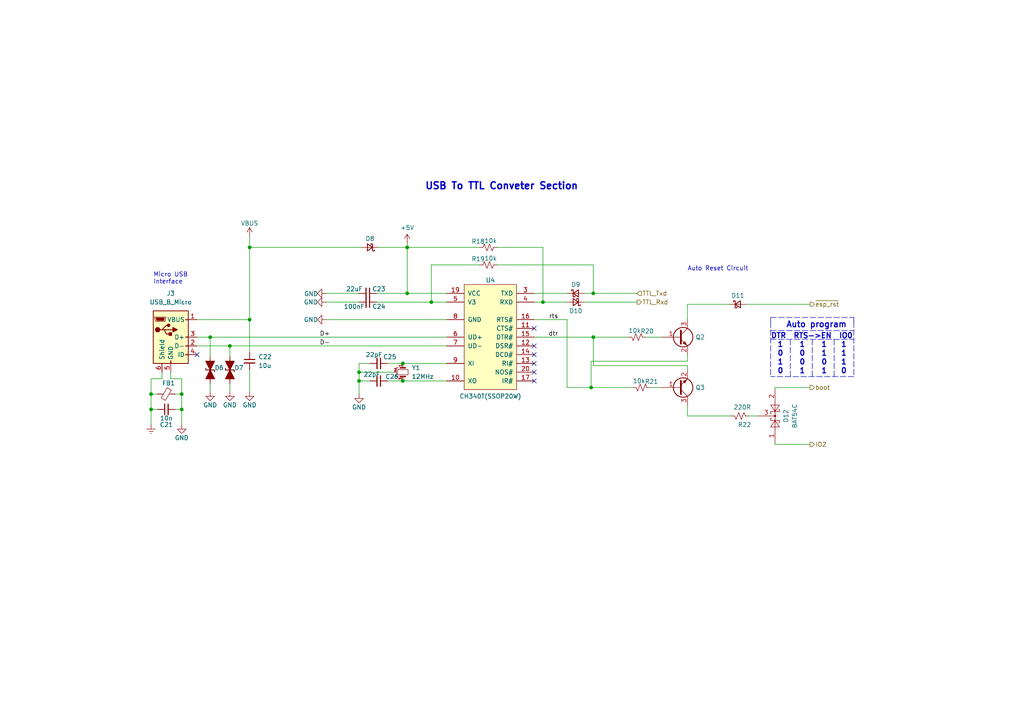
<source format=kicad_sch>
(kicad_sch (version 20211123) (generator eeschema)
  (paper "A4")
  (title_block (title "MKULIMA IOT DEVICE") (date "2022-10-26") (rev "v01") (comment 1 "Checked By: ") (comment 2 "Designed By: ") (comment 3 "Project Lead: Peter Kirumba") (comment 4 "MKULIMA IOT DEVICE"))
  (lib_symbols
    (symbol "Connector:USB_B_Micro" (pin_names (offset 1.016))
      (property "Reference" "J" (at -5.08 11.43 0))
      (property "Value" "USB_B_Micro" (at -5.08 8.89 0))
      (symbol "USB_B_Micro_0_1"
        (rectangle (start -5.08 -7.62) (end 5.08 7.62) (stroke (width 0.254)) (fill (type background)))
        (circle (center -3.81 2.159) (radius 0.635) (stroke (width 0.254)) (fill (type outline)))
        (circle (center -0.635 3.429) (radius 0.381) (stroke (width 0.254)) (fill (type outline)))
        (rectangle (start -0.127 -7.62) (end 0.127 -6.858))
        (polyline (pts (xy -1.905 2.159) (xy 0.635 2.159)) (stroke (width 0.254)))
        (polyline (pts (xy -3.175 2.159) (xy -2.54 2.159) (xy -1.27 3.429) (xy -0.635 3.429)) (stroke (width 0.254)))
        (polyline (pts (xy -2.54 2.159) (xy -1.905 2.159) (xy -1.27 0.889) (xy 0 0.889)) (stroke (width 0.254)))
        (polyline (pts (xy 0.635 2.794) (xy 0.635 1.524) (xy 1.905 2.159) (xy 0.635 2.794)) (stroke (width 0.254)) (fill (type outline)))
        (polyline (pts (xy -4.318 5.588) (xy -1.778 5.588) (xy -2.032 4.826) (xy -4.064 4.826) (xy -4.318 5.588)) (fill (type outline)))
        (polyline (pts (xy -4.699 5.842) (xy -4.699 5.588) (xy -4.445 4.826) (xy -4.445 4.572) (xy -1.651 4.572) (xy -1.651 4.826) (xy -1.397 5.588) (xy -1.397 5.842) (xy -4.699 5.842)))
        (rectangle (start 0.254 1.27) (end -0.508 0.508) (stroke (width 0.254)) (fill (type outline)))
        (rectangle (start 5.08 -5.207) (end 4.318 -4.953))
        (rectangle (start 5.08 -2.667) (end 4.318 -2.413))
        (rectangle (start 5.08 -0.127) (end 4.318 0.127))
        (rectangle (start 5.08 4.953) (end 4.318 5.207))
      )
      (symbol "USB_B_Micro_1_1"
        (pin power_out line (at 7.62 5.08 180) (length 2.54) (name "VBUS") (number "1"))
        (pin bidirectional line (at 7.62 -2.54 180) (length 2.54) (name "D-") (number "2"))
        (pin bidirectional line (at 7.62 0 180) (length 2.54) (name "D+") (number "3"))
        (pin passive line (at 7.62 -5.08 180) (length 2.54) (name "ID") (number "4"))
        (pin power_out line (at 0 -10.16 90) (length 2.54) (name "GND") (number "5"))
        (pin passive line (at -2.54 -10.16 90) (length 2.54) (name "Shield") (number "6"))
      )
    )
    (symbol "Device:C_Small" (pin_numbers hide) (pin_names (offset 0.254) hide)
      (property "Reference" "C" (at 0.254 1.778 0))
      (property "Value" "C_Small" (at 0.254 -2.032 0))
      (symbol "C_Small_0_1"
        (polyline (pts (xy -1.524 -0.508) (xy 1.524 -0.508)) (stroke (width 0.3302)))
        (polyline (pts (xy -1.524 0.508) (xy 1.524 0.508)) (stroke (width 0.3048)))
      )
      (symbol "C_Small_1_1"
        (pin passive line (at 0 2.54 270) (length 2.032) (name "~") (number "1"))
        (pin passive line (at 0 -2.54 90) (length 2.032) (name "~") (number "2"))
      )
    )
    (symbol "Device:Crystal_GND2_Small" (pin_names (offset 1.016) hide)
      (property "Reference" "Y" (at 0 5.08 0))
      (property "Value" "Crystal_GND2_Small" (at 0 3.175 0))
      (symbol "Crystal_GND2_Small_0_1"
        (rectangle (start -0.762 -1.524) (end 0.762 1.524))
        (polyline (pts (xy -1.27 -0.762) (xy -1.27 0.762)) (stroke (width 0.381)))
        (polyline (pts (xy 1.27 -0.762) (xy 1.27 0.762)) (stroke (width 0.381)))
        (polyline (pts (xy -1.27 -1.27) (xy -1.27 -1.905) (xy 1.27 -1.905) (xy 1.27 -1.27)))
      )
      (symbol "Crystal_GND2_Small_1_1"
        (pin passive line (at -2.54 0 0) (length 1.27) (name "1") (number "1"))
        (pin passive line (at 0 -2.54 90) (length 0.635) (name "2") (number "2"))
        (pin passive line (at 2.54 0 180) (length 1.27) (name "3") (number "3"))
      )
    )
    (symbol "Device:D_Schottky_Small" (pin_numbers hide) (pin_names (offset 0.254) hide)
      (property "Reference" "D" (at -1.27 2.032 0))
      (property "Value" "D_Schottky_Small" (at -7.112 -2.032 0))
      (symbol "D_Schottky_Small_0_1"
        (polyline (pts (xy -0.762 0) (xy 0.762 0)))
        (polyline (pts (xy 0.762 -1.016) (xy -0.762 0) (xy 0.762 1.016) (xy 0.762 -1.016)) (stroke (width 0.254)))
        (polyline (pts (xy -1.27 0.762) (xy -1.27 1.016) (xy -0.762 1.016) (xy -0.762 -1.016) (xy -0.254 -1.016) (xy -0.254 -0.762)) (stroke (width 0.254)))
      )
      (symbol "D_Schottky_Small_1_1"
        (pin passive line (at -2.54 0 0) (length 1.778) (name "K") (number "1"))
        (pin passive line (at 2.54 0 180) (length 1.778) (name "A") (number "2"))
      )
    )
    (symbol "Device:D_TVS_Filled" (pin_numbers hide) (pin_names (offset 1.016) hide)
      (property "Reference" "D" (at 0 2.54 0))
      (property "Value" "D_TVS_Filled" (at 0 -2.54 0))
      (symbol "D_TVS_Filled_0_1"
        (polyline (pts (xy 1.27 0) (xy -1.27 0)))
        (polyline (pts (xy -2.54 -1.27) (xy 0 0) (xy -2.54 1.27) (xy -2.54 -1.27)) (stroke (width 0.254)) (fill (type outline)))
        (polyline (pts (xy 0.508 1.27) (xy 0 1.27) (xy 0 -1.27) (xy -0.508 -1.27)) (stroke (width 0.254)))
        (polyline (pts (xy 2.54 1.27) (xy 2.54 -1.27) (xy 0 0) (xy 2.54 1.27)) (stroke (width 0.254)) (fill (type outline)))
      )
      (symbol "D_TVS_Filled_1_1"
        (pin passive line (at -3.81 0 0) (length 2.54) (name "A1") (number "1"))
        (pin passive line (at 3.81 0 180) (length 2.54) (name "A2") (number "2"))
      )
    )
    (symbol "Device:FerriteBead_Small" (pin_numbers hide) (pin_names (offset 0))
      (property "Reference" "FB" (at 1.905 1.27 0))
      (property "Value" "FerriteBead_Small" (at 1.905 -1.27 0))
      (symbol "FerriteBead_Small_0_1"
        (polyline (pts (xy 0 -1.27) (xy 0 -0.7874)))
        (polyline (pts (xy 0 0.889) (xy 0 1.2954)))
        (polyline (pts (xy -1.8288 0.2794) (xy -1.1176 1.4986) (xy 1.8288 -0.2032) (xy 1.1176 -1.4224) (xy -1.8288 0.2794)))
      )
      (symbol "FerriteBead_Small_1_1"
        (pin passive line (at 0 2.54 270) (length 1.27) (name "~") (number "1"))
        (pin passive line (at 0 -2.54 90) (length 1.27) (name "~") (number "2"))
      )
    )
    (symbol "Device:R_Small_US" (pin_numbers hide) (pin_names (offset 0.254) hide)
      (property "Reference" "R" (at 0.762 0.508 0))
      (property "Value" "R_Small_US" (at 0.762 -1.016 0))
      (symbol "R_Small_US_1_1"
        (polyline (pts (xy 0 0) (xy 1.016 -0.381) (xy 0 -0.762) (xy -1.016 -1.143) (xy 0 -1.524)))
        (polyline (pts (xy 0 1.524) (xy 1.016 1.143) (xy 0 0.762) (xy -1.016 0.381) (xy 0 0)))
        (pin passive line (at 0 2.54 270) (length 1.016) (name "~") (number "1"))
        (pin passive line (at 0 -2.54 90) (length 1.016) (name "~") (number "2"))
      )
    )
    (symbol "Diode:BAT54C" (pin_names (offset 1.016))
      (property "Reference" "D" (at 0.635 -3.81 0))
      (property "Value" "BAT54C" (at -6.35 3.175 0))
      (symbol "BAT54C_0_1"
        (polyline (pts (xy -1.905 0) (xy 1.905 0)))
        (polyline (pts (xy -1.905 1.27) (xy -1.905 1.016)))
        (polyline (pts (xy -1.27 -1.27) (xy -0.635 -1.27)))
        (polyline (pts (xy -1.27 0) (xy -3.81 0)))
        (polyline (pts (xy -1.27 1.27) (xy -1.905 1.27)))
        (polyline (pts (xy -1.27 1.27) (xy -1.27 -1.27)))
        (polyline (pts (xy -0.635 -1.27) (xy -0.635 -1.016)))
        (polyline (pts (xy 0.635 -1.27) (xy 0.635 -1.016)))
        (polyline (pts (xy 1.27 -1.27) (xy 0.635 -1.27)))
        (polyline (pts (xy 1.27 1.27) (xy 1.27 -1.27)))
        (polyline (pts (xy 1.27 1.27) (xy 1.905 1.27)))
        (polyline (pts (xy 1.905 1.27) (xy 1.905 1.016)))
        (polyline (pts (xy 3.81 0) (xy 1.27 0)))
        (polyline (pts (xy -3.175 -1.27) (xy -3.175 1.27) (xy -1.27 0) (xy -3.175 -1.27)))
        (polyline (pts (xy 3.175 -1.27) (xy 3.175 1.27) (xy 1.27 0) (xy 3.175 -1.27)))
        (circle (center 0 0) (radius 0.254) (fill (type outline)))
      )
      (symbol "BAT54C_1_1"
        (pin passive line (at -7.62 0 0) (length 3.81) (name "~") (number "1"))
        (pin passive line (at 7.62 0 180) (length 3.81) (name "~") (number "2"))
        (pin passive line (at 0 -5.08 90) (length 5.08) (name "~") (number "3"))
      )
    )
    (symbol "GCL_Integrated-Circuits:CH340T(SSOP20W)" (pin_names (offset 1.016))
      (property "Reference" "U1" (at 0 16.51 0))
      (property "Value" "CH340T(SSOP20W)" (at 0 -17.145 0))
      (symbol "CH340T(SSOP20W)_0_1"
        (rectangle (start -7.62 15.24) (end 7.62 -15.24) (fill (type background)))
      )
      (symbol "CH340T(SSOP20W)_1_1"
        (pin output line (at -12.7 -12.7 0) (length 5.08) (name "XO") (number "10"))
        (pin input line (at 12.7 2.54 180) (length 5.08) (name "CTS#") (number "11"))
        (pin input line (at 12.7 -2.54 180) (length 5.08) (name "DSR#") (number "12"))
        (pin input line (at 12.7 -7.62 180) (length 5.08) (name "RI#") (number "13"))
        (pin input line (at 12.7 -5.08 180) (length 5.08) (name "DCD#") (number "14"))
        (pin output line (at 12.7 0 180) (length 5.08) (name "DTR#") (number "15"))
        (pin output line (at 12.7 5.08 180) (length 5.08) (name "RTS#") (number "16"))
        (pin input line (at 12.7 -12.7 180) (length 5.08) (name "IR#") (number "17"))
        (pin power_in line (at -12.7 12.7 0) (length 5.08) (name "VCC") (number "19"))
        (pin input line (at 12.7 -10.16 180) (length 5.08) (name "NOS#") (number "20"))
        (pin output line (at 12.7 12.7 180) (length 5.08) (name "TXD") (number "3"))
        (pin input line (at 12.7 10.16 180) (length 5.08) (name "RXD") (number "4"))
        (pin power_in line (at -12.7 10.16 0) (length 5.08) (name "V3") (number "5"))
        (pin bidirectional line (at -12.7 0 0) (length 5.08) (name "UD+") (number "6"))
        (pin bidirectional line (at -12.7 -2.54 0) (length 5.08) (name "UD-") (number "7"))
        (pin power_in line (at -12.7 5.08 0) (length 5.08) (name "GND") (number "8"))
        (pin input line (at -12.7 -7.62 0) (length 5.08) (name "XI") (number "9"))
      )
    )
    (symbol "Transistor_BJT:MMBT3904" (pin_names (offset 0) hide)
      (property "Reference" "Q" (at 5.08 1.905 0))
      (property "Value" "MMBT3904" (at 5.08 0 0))
      (symbol "MMBT3904_0_1"
        (polyline (pts (xy 0.635 0.635) (xy 2.54 2.54)))
        (polyline (pts (xy 0.635 -0.635) (xy 2.54 -2.54) (xy 2.54 -2.54)))
        (polyline (pts (xy 0.635 1.905) (xy 0.635 -1.905) (xy 0.635 -1.905)) (stroke (width 0.508)))
        (polyline (pts (xy 1.27 -1.778) (xy 1.778 -1.27) (xy 2.286 -2.286) (xy 1.27 -1.778) (xy 1.27 -1.778)) (fill (type outline)))
        (circle (center 1.27 0) (radius 2.8194) (stroke (width 0.254)))
      )
      (symbol "MMBT3904_1_1"
        (pin input line (at -5.08 0 0) (length 5.715) (name "B") (number "1"))
        (pin passive line (at 2.54 -5.08 90) (length 2.54) (name "E") (number "2"))
        (pin passive line (at 2.54 5.08 270) (length 2.54) (name "C") (number "3"))
      )
    )
    (symbol "power:+5V" (power) (pin_names (offset 0))
      (property "Value" "+5V" (at 0 3.556 0))
      (symbol "+5V_0_1"
        (polyline (pts (xy -0.762 1.27) (xy 0 2.54)))
        (polyline (pts (xy 0 0) (xy 0 2.54)))
        (polyline (pts (xy 0 2.54) (xy 0.762 1.27)))
      )
      (symbol "+5V_1_1"
        (pin power_in line (at 0 0 90) (length 0) hide (name "+5V") (number "1"))
      )
    )
    (symbol "power:Earth" (power) (pin_names (offset 0))
      (symbol "Earth_0_1"
        (polyline (pts (xy -0.635 -1.905) (xy 0.635 -1.905)))
        (polyline (pts (xy -0.127 -2.54) (xy 0.127 -2.54)))
        (polyline (pts (xy 0 -1.27) (xy 0 0)))
        (polyline (pts (xy 1.27 -1.27) (xy -1.27 -1.27)))
      )
      (symbol "Earth_1_1"
        (pin power_in line (at 0 0 270) (length 0) hide (name "Earth") (number "1"))
      )
    )
    (symbol "power:GND" (power) (pin_names (offset 0))
      (property "Value" "GND" (at 0 -3.81 0))
      (symbol "GND_0_1"
        (polyline (pts (xy 0 0) (xy 0 -1.27) (xy 1.27 -1.27) (xy 0 -2.54) (xy -1.27 -1.27) (xy 0 -1.27)))
      )
      (symbol "GND_1_1"
        (pin power_in line (at 0 0 270) (length 0) hide (name "GND") (number "1"))
      )
    )
    (symbol "power:VBUS" (power) (pin_names (offset 0))
      (property "Value" "VBUS" (at 0 3.81 0))
      (symbol "VBUS_0_1"
        (polyline (pts (xy -0.762 1.27) (xy 0 2.54)))
        (polyline (pts (xy 0 0) (xy 0 2.54)))
        (polyline (pts (xy 0 2.54) (xy 0.762 1.27)))
      )
      (symbol "VBUS_1_1"
        (pin power_in line (at 0 0 90) (length 0) hide (name "VBUS") (number "1"))
      )
    )
  )
  (junction (at 52.705 118.745))
  (junction (at 43.815 118.745))
  (junction (at 72.39 92.71))
  (junction (at 157.48 87.63))
  (junction (at 52.705 114.3))
  (junction (at 118.11 85.09))
  (junction (at 172.085 97.79))
  (junction (at 116.84 105.41))
  (junction (at 60.96 97.79))
  (junction (at 66.675 100.33))
  (junction (at 171.45 112.395))
  (junction (at 125.095 87.63))
  (junction (at 116.84 110.49))
  (junction (at 43.815 114.3))
  (junction (at 118.11 71.755))
  (junction (at 72.39 71.755))
  (junction (at 104.14 110.49))
  (junction (at 104.14 107.95))
  (junction (at 172.085 85.09))
  (no_connect (at 154.94 100.33))
  (no_connect (at 57.15 102.87))
  (no_connect (at 154.94 95.25))
  (no_connect (at 154.94 102.87))
  (no_connect (at 154.94 110.49))
  (no_connect (at 154.94 107.95))
  (no_connect (at 154.94 105.41))
  (wire (pts (xy 104.14 107.95) (xy 104.14 105.41)))
  (polyline (pts (xy 223.52 93.345) (xy 223.52 109.22)))
  (wire (pts (xy 107.315 110.49) (xy 104.14 110.49)))
  (wire (pts (xy 224.79 128.27) (xy 224.79 128.905)))
  (wire (pts (xy 118.11 71.755) (xy 139.065 71.755)))
  (wire (pts (xy 199.39 102.87) (xy 199.39 104.775)))
  (wire (pts (xy 43.815 114.3) (xy 43.815 118.745)))
  (wire (pts (xy 154.94 97.79) (xy 172.085 97.79)))
  (wire (pts (xy 224.79 112.395) (xy 234.95 112.395)))
  (wire (pts (xy 169.545 85.09) (xy 172.085 85.09)))
  (polyline (pts (xy 247.65 93.345) (xy 247.65 109.22)))
  (wire (pts (xy 112.395 105.41) (xy 116.84 105.41)))
  (polyline (pts (xy 223.52 95.885) (xy 247.65 95.885)))
  (polyline (pts (xy 235.585 98.425) (xy 235.585 109.22)))
  (wire (pts (xy 164.465 92.71) (xy 154.94 92.71)))
  (wire (pts (xy 169.545 87.63) (xy 184.785 87.63)))
  (polyline (pts (xy 241.935 98.425) (xy 241.935 109.22)))
  (wire (pts (xy 109.22 87.63) (xy 125.095 87.63)))
  (wire (pts (xy 164.465 92.71) (xy 164.465 112.395)))
  (wire (pts (xy 191.77 97.79) (xy 187.325 97.79)))
  (wire (pts (xy 172.085 85.09) (xy 184.785 85.09)))
  (wire (pts (xy 191.77 112.395) (xy 188.595 112.395)))
  (polyline (pts (xy 229.235 98.425) (xy 229.235 109.22)))
  (wire (pts (xy 52.705 118.745) (xy 52.705 114.3)))
  (wire (pts (xy 172.085 76.835) (xy 172.085 85.09)))
  (wire (pts (xy 43.815 118.745) (xy 43.815 123.19)))
  (wire (pts (xy 199.39 107.315) (xy 199.39 106.045)))
  (wire (pts (xy 72.39 71.755) (xy 72.39 92.71)))
  (wire (pts (xy 52.705 123.19) (xy 52.705 118.745)))
  (wire (pts (xy 125.095 76.835) (xy 125.095 87.63)))
  (wire (pts (xy 57.15 92.71) (xy 72.39 92.71)))
  (wire (pts (xy 144.145 71.755) (xy 157.48 71.755)))
  (wire (pts (xy 199.39 117.475) (xy 199.39 120.65)))
  (wire (pts (xy 66.675 100.33) (xy 129.54 100.33)))
  (wire (pts (xy 50.8 114.3) (xy 52.705 114.3)))
  (wire (pts (xy 139.065 76.835) (xy 125.095 76.835)))
  (wire (pts (xy 157.48 87.63) (xy 164.465 87.63)))
  (wire (pts (xy 116.84 110.49) (xy 129.54 110.49)))
  (wire (pts (xy 94.615 92.71) (xy 129.54 92.71)))
  (wire (pts (xy 104.14 87.63) (xy 94.615 87.63)))
  (wire (pts (xy 154.94 85.09) (xy 164.465 85.09)))
  (wire (pts (xy 172.085 106.045) (xy 172.085 97.79)))
  (wire (pts (xy 211.455 88.265) (xy 199.39 88.265)))
  (wire (pts (xy 118.11 70.485) (xy 118.11 71.755)))
  (wire (pts (xy 216.535 88.265) (xy 234.95 88.265)))
  (wire (pts (xy 60.96 97.79) (xy 60.96 103.505)))
  (wire (pts (xy 164.465 112.395) (xy 171.45 112.395)))
  (wire (pts (xy 46.99 109.855) (xy 43.815 109.855)))
  (wire (pts (xy 154.94 87.63) (xy 157.48 87.63)))
  (wire (pts (xy 217.17 120.65) (xy 219.71 120.65)))
  (wire (pts (xy 224.79 113.03) (xy 224.79 112.395)))
  (wire (pts (xy 125.095 87.63) (xy 129.54 87.63)))
  (wire (pts (xy 199.39 106.045) (xy 172.085 106.045)))
  (polyline (pts (xy 223.52 93.345) (xy 223.52 92.075)))
  (wire (pts (xy 60.96 111.125) (xy 60.96 113.665)))
  (wire (pts (xy 109.22 85.09) (xy 118.11 85.09)))
  (wire (pts (xy 199.39 120.65) (xy 212.09 120.65)))
  (wire (pts (xy 104.14 85.09) (xy 94.615 85.09)))
  (wire (pts (xy 104.14 107.95) (xy 114.3 107.95)))
  (wire (pts (xy 104.14 105.41) (xy 107.315 105.41)))
  (wire (pts (xy 66.675 111.125) (xy 66.675 113.665)))
  (wire (pts (xy 50.8 118.745) (xy 52.705 118.745)))
  (wire (pts (xy 46.99 107.95) (xy 46.99 109.855)))
  (wire (pts (xy 171.45 112.395) (xy 183.515 112.395)))
  (wire (pts (xy 43.815 118.745) (xy 45.72 118.745)))
  (wire (pts (xy 116.84 110.49) (xy 112.395 110.49)))
  (polyline (pts (xy 247.65 92.075) (xy 247.65 93.345)))
  (polyline (pts (xy 247.65 109.22) (xy 223.52 109.22)))
  (wire (pts (xy 116.84 105.41) (xy 129.54 105.41)))
  (wire (pts (xy 57.15 100.33) (xy 66.675 100.33)))
  (wire (pts (xy 118.11 71.755) (xy 118.11 85.09)))
  (wire (pts (xy 57.15 97.79) (xy 60.96 97.79)))
  (wire (pts (xy 171.45 104.775) (xy 171.45 112.395)))
  (wire (pts (xy 49.53 107.95) (xy 49.53 109.855)))
  (polyline (pts (xy 223.52 98.425) (xy 247.65 98.425)))
  (wire (pts (xy 43.815 114.3) (xy 45.72 114.3)))
  (wire (pts (xy 72.39 68.58) (xy 72.39 71.755)))
  (wire (pts (xy 72.39 71.755) (xy 104.775 71.755)))
  (wire (pts (xy 199.39 88.265) (xy 199.39 92.71)))
  (polyline (pts (xy 223.52 92.075) (xy 247.65 92.075)))
  (wire (pts (xy 104.14 110.49) (xy 104.14 114.3)))
  (wire (pts (xy 104.14 110.49) (xy 104.14 107.95)))
  (wire (pts (xy 224.79 128.905) (xy 234.95 128.905)))
  (wire (pts (xy 171.45 104.775) (xy 199.39 104.775)))
  (wire (pts (xy 144.145 76.835) (xy 172.085 76.835)))
  (wire (pts (xy 52.705 109.855) (xy 52.705 114.3)))
  (wire (pts (xy 109.855 71.755) (xy 118.11 71.755)))
  (wire (pts (xy 72.39 92.71) (xy 72.39 102.235)))
  (wire (pts (xy 72.39 107.315) (xy 72.39 113.665)))
  (wire (pts (xy 118.11 85.09) (xy 129.54 85.09)))
  (wire (pts (xy 43.815 109.855) (xy 43.815 114.3)))
  (wire (pts (xy 157.48 71.755) (xy 157.48 87.63)))
  (wire (pts (xy 182.245 97.79) (xy 172.085 97.79)))
  (wire (pts (xy 60.96 97.79) (xy 129.54 97.79)))
  (wire (pts (xy 49.53 109.855) (xy 52.705 109.855)))
  (wire (pts (xy 66.675 100.33) (xy 66.675 103.505)))
  (text "1" (at 238.125 100.965 0) (effects (font (size 1.524 1.524) (thickness 0.3048) bold) (justify left bottom)))
  (text "0" (at 231.775 106.045 0) (effects (font (size 1.524 1.524) (thickness 0.3048) bold) (justify left bottom)))
  (text "1" (at 231.775 108.585 0) (effects (font (size 1.524 1.524) (thickness 0.3048) bold) (justify left bottom)))
  (text "1" (at 231.775 100.965 0) (effects (font (size 1.524 1.524) (thickness 0.3048) bold) (justify left bottom)))
  (text "1" (at 243.84 103.505 0) (effects (font (size 1.524 1.524) (thickness 0.3048) bold) (justify left bottom)))
  (text "1" (at 225.425 100.965 0) (effects (font (size 1.524 1.524) (thickness 0.3048) bold) (justify left bottom)))
  (text "0" (at 225.425 103.505 0) (effects (font (size 1.524 1.524) (thickness 0.3048) bold) (justify left bottom)))
  (text "1" (at 225.425 106.045 0) (effects (font (size 1.524 1.524) (thickness 0.3048) bold) (justify left bottom)))
  (text "0" (at 231.775 103.505 0) (effects (font (size 1.524 1.524) (thickness 0.3048) bold) (justify left bottom)))
  (text "Auto program\n" (at 227.965 95.25 0) (effects (font (size 1.7 1.7) (thickness 0.3048) bold) (justify left bottom)))
  (text "1" (at 238.125 103.505 0) (effects (font (size 1.524 1.524) (thickness 0.3048) bold) (justify left bottom)))
  (text "0" (at 238.125 106.045 0) (effects (font (size 1.524 1.524) (thickness 0.3048) bold) (justify left bottom)))
  (text "0" (at 225.425 108.585 0) (effects (font (size 1.524 1.524) (thickness 0.3048) bold) (justify left bottom)))
  (text "1" (at 238.125 108.585 0) (effects (font (size 1.524 1.524) (thickness 0.3048) bold) (justify left bottom)))
  (text "1" (at 243.84 100.965 0) (effects (font (size 1.524 1.524) (thickness 0.3048) bold) (justify left bottom)))
  (text "DTR  RTS->EN  IO0" (at 223.52 98.425 0) (effects (font (size 1.524 1.524) (thickness 0.3048) bold) (justify left bottom)))
  (text "1" (at 243.84 106.045 0) (effects (font (size 1.524 1.524) (thickness 0.3048) bold) (justify left bottom)))
  (text "0" (at 243.84 108.585 0) (effects (font (size 1.524 1.524) (thickness 0.3048) bold) (justify left bottom)))
  (text "USB To TTL Conveter Section" (at 123.19 55.245 0) (effects (font (size 2 2) (thickness 0.4) bold) (justify left bottom)))
  (text "Auto Reset Circuit" (at 199.39 78.74 0) (effects (font (size 1.27 1.27)) (justify left bottom)))
  (text "Micro USB\nInterface" (at 44.45 82.55 0) (effects (font (size 1.27 1.27)) (justify left bottom)))
  (label "D-" (at 92.71 100.33 0))
  (label "rts" (at 161.925 92.71 180))
  (label "D+" (at 92.71 97.79 0))
  (label "dtr" (at 161.925 97.79 180))
  (hierarchical_label "TTL_Txd" (shape input) (at 184.785 85.09 0))
  (hierarchical_label "TTL_Rxd" (shape output) (at 184.785 87.63 0))
  (hierarchical_label "boot" (shape output) (at 234.95 112.395 0))
  (hierarchical_label "~{esp_rst}" (shape output) (at 234.95 88.265 0))
  (hierarchical_label "IO2" (shape output) (at 234.95 128.905 0))
  (symbol (lib_id "Device:R_Small_US") (at 214.63 120.65 270) (mirror x) (unit 1)
    (property "Reference" "R22" (at 213.995 123.19 90) (effects (justify left)))
    (property "Value" "220R" (at 212.725 118.11 90) (effects (justify left)))
    (property "Footprint" "Resistor_SMD:R_0805_2012Metric" (effects hide))
  )
  (symbol (lib_id "power:Earth") (at 43.815 123.19 0) (unit 1)
    (property "Reference" "#PWR036" (effects hide))
    (property "Value" "Earth" (effects hide))
  )
  (symbol (lib_id "Device:R_Small_US") (at 141.605 76.835 90) (unit 1)
    (property "Reference" "R19" (at 140.6398 75.1078 90) (effects (justify left)))
    (property "Value" "10k" (at 144.145 74.93 90) (effects (justify left)))
    (property "Footprint" "Resistor_SMD:R_0805_2012Metric" (effects hide))
  )
  (symbol (lib_id "Device:C_Small") (at 106.68 85.09 270) (unit 1)
    (property "Reference" "C23" (at 107.95 83.82 90) (effects (justify left)))
    (property "Value" "22uF" (at 100.33 83.82 90) (effects (justify left)))
    (property "Footprint" "Capacitor_SMD:C_0805_2012Metric" (effects hide))
  )
  (symbol (lib_id "Device:C_Small") (at 109.855 110.49 270) (unit 1)
    (property "Reference" "C26" (at 111.76 109.22 90) (effects (justify left)))
    (property "Value" "22pF" (at 105.41 108.585 90) (effects (justify left)))
    (property "Footprint" "Capacitor_SMD:C_0805_2012Metric" (effects hide))
  )
  (symbol (lib_id "power:VBUS") (at 72.39 68.58 0) (unit 1)
    (property "Reference" "#PWR040" (effects hide))
    (property "Value" "VBUS" (at 72.39 64.77 0))
  )
  (symbol (lib_id "power:GND") (at 60.96 113.665 0) (unit 1)
    (property "Reference" "#PWR038" (effects hide))
    (property "Value" "GND" (at 60.96 117.475 0))
  )
  (symbol (lib_id "power:GND") (at 94.615 85.09 270) (unit 1)
    (property "Reference" "#PWR042" (effects hide))
    (property "Value" "GND" (at 90.2208 85.217 90))
  )
  (symbol (lib_id "Device:R_Small_US") (at 141.605 71.755 90) (unit 1)
    (property "Reference" "R18" (at 140.6398 70.0278 90) (effects (justify left)))
    (property "Value" "10k" (at 144.145 69.85 90) (effects (justify left)))
    (property "Footprint" "Resistor_SMD:R_0805_2012Metric" (effects hide))
  )
  (symbol (lib_id "Device:D_TVS_Filled") (at 60.96 107.315 90) (unit 1)
    (property "Reference" "D6" (at 62.23 106.68 90) (effects (justify right)))
    (property "Value" "D_TVS_Filled" (effects hide))
    (property "Footprint" "Diode_SMD:D_SOD-923" (effects hide))
    (property "Mfr#" "ESD9B5.0ST5G" (effects hide))
  )
  (symbol (lib_id "Device:C_Small") (at 72.39 104.775 0) (unit 1)
    (property "Reference" "C22" (at 74.93 103.5112 0) (effects (justify left)))
    (property "Value" "10u" (at 74.93 106.0512 0) (effects (justify left)))
    (property "Footprint" "Capacitor_SMD:C_0805_2012Metric" (effects hide))
  )
  (symbol (lib_id "power:GND") (at 94.615 87.63 270) (unit 1)
    (property "Reference" "#PWR043" (effects hide))
    (property "Value" "GND" (at 90.17 87.63 90))
  )
  (symbol (lib_id "Device:D_Schottky_Small") (at 107.315 71.755 180) (unit 1)
    (property "Reference" "D8" (at 107.315 69.215 0))
    (property "Value" "D_Schottky_Small" (effects hide))
    (property "Footprint" "Diode_SMD:D_SOD-123" (effects hide))
  )
  (symbol (lib_id "Device:C_Small") (at 106.68 87.63 270) (unit 1)
    (property "Reference" "C24" (at 107.95 88.9 90) (effects (justify left)))
    (property "Value" "100nF" (at 99.695 88.9 90) (effects (justify left)))
    (property "Footprint" "Capacitor_SMD:C_0805_2012Metric" (effects hide))
  )
  (symbol (lib_id "Device:C_Small") (at 48.26 118.745 90) (unit 1)
    (property "Reference" "C21" (at 48.26 123.19 90))
    (property "Value" "10n" (at 48.26 121.285 90))
    (property "Footprint" "Capacitor_SMD:C_0805_2012Metric" (effects hide))
  )
  (symbol (lib_id "Device:Crystal_GND2_Small") (at 116.84 107.95 270) (unit 1)
    (property "Reference" "Y1" (at 119.38 106.6799 90) (effects (justify left)))
    (property "Value" "12MHz" (at 119.38 109.2199 90) (effects (justify left)))
    (property "Footprint" "Crystal:Crystal_SMD_2520-4Pin_2.5x2.0mm" (effects hide))
  )
  (symbol (lib_id "Transistor_BJT:MMBT3904") (at 196.85 97.79 0) (unit 1)
    (property "Reference" "Q2" (at 201.7014 97.79 0) (effects (justify left)))
    (property "Value" "MMBT3904" (effects hide))
    (property "Footprint" "Package_TO_SOT_SMD:SOT-23" (effects hide))
    (property "Datasheet" "https://www.fairchildsemi.com/datasheets/2N/2N3904.pdf" (effects hide))
  )
  (symbol (lib_id "power:+5V") (at 118.11 70.485 0) (unit 1)
    (property "Reference" "#PWR046" (effects hide))
    (property "Value" "+5V" (at 118.11 66.04 0))
  )
  (symbol (lib_id "power:GND") (at 72.39 113.665 0) (unit 1)
    (property "Reference" "#PWR041" (effects hide))
    (property "Value" "GND" (at 72.39 117.475 0))
  )
  (symbol (lib_id "power:GND") (at 104.14 114.3 0) (unit 1)
    (property "Reference" "#PWR045" (effects hide))
    (property "Value" "GND" (at 104.14 118.11 0))
  )
  (symbol (lib_id "Device:FerriteBead_Small") (at 48.26 114.3 90) (unit 1)
    (property "Reference" "FB1" (at 48.895 111.125 90))
    (property "Value" "FerriteBead_Small" (effects hide))
    (property "Footprint" "Inductor_SMD:L_0603_1608Metric" (effects hide))
  )
  (symbol (lib_id "GCL_Integrated-Circuits:CH340T(SSOP20W)") (at 142.24 97.79 0) (unit 1)
    (property "Reference" "U4" (at 142.24 81.28 0))
    (property "Value" "CH340T(SSOP20W)" (at 142.24 114.935 0))
    (property "Footprint" "Package_SO:SSOP-20_5.3x7.2mm_P0.65mm" (effects hide))
  )
  (symbol (lib_id "Device:R_Small_US") (at 184.785 97.79 270) (mirror x) (unit 1)
    (property "Reference" "R20" (at 185.7502 96.0628 90) (effects (justify left)))
    (property "Value" "10k" (at 182.245 95.885 90) (effects (justify left)))
    (property "Footprint" "Resistor_SMD:R_0805_2012Metric" (effects hide))
  )
  (symbol (lib_id "Device:R_Small_US") (at 186.055 112.395 270) (mirror x) (unit 1)
    (property "Reference" "R21" (at 187.0202 110.6678 90) (effects (justify left)))
    (property "Value" "10k" (at 183.515 110.49 90) (effects (justify left)))
    (property "Footprint" "Resistor_SMD:R_0805_2012Metric" (effects hide))
  )
  (symbol (lib_id "power:GND") (at 66.675 113.665 0) (unit 1)
    (property "Reference" "#PWR039" (effects hide))
    (property "Value" "GND" (at 66.675 117.475 0))
  )
  (symbol (lib_id "Diode:BAT54C") (at 224.79 120.65 270) (mirror x) (unit 1)
    (property "Reference" "D12" (at 227.965 120.65 0))
    (property "Value" "BAT54C" (at 230.505 120.65 0))
    (property "Footprint" "Package_TO_SOT_SMD:SOT-23" (effects hide))
    (property "Datasheet" "http://www.diodes.com/_files/datasheets/ds11005.pdf" (effects hide))
  )
  (symbol (lib_id "Device:D_Schottky_Small") (at 167.005 87.63 180) (unit 1)
    (property "Reference" "D10" (at 167.005 90.17 0))
    (property "Value" "B5819W" (effects hide))
    (property "Footprint" "Diode_SMD:D_SOD-123" (effects hide))
  )
  (symbol (lib_id "Device:C_Small") (at 109.855 105.41 270) (unit 1)
    (property "Reference" "C25" (at 111.125 103.505 90) (effects (justify left)))
    (property "Value" "22pF" (at 106.045 102.87 90) (effects (justify left)))
    (property "Footprint" "Capacitor_SMD:C_0805_2012Metric" (effects hide))
  )
  (symbol (lib_id "Device:D_Schottky_Small") (at 213.995 88.265 0) (unit 1)
    (property "Reference" "D11" (at 213.995 85.725 0))
    (property "Value" "B5819W" (effects hide))
    (property "Footprint" "Diode_SMD:D_SOD-123" (effects hide))
  )
  (symbol (lib_id "Device:D_Schottky_Small") (at 167.005 85.09 0) (unit 1)
    (property "Reference" "D9" (at 167.005 82.55 0))
    (property "Value" "B5819W" (effects hide))
    (property "Footprint" "Diode_SMD:D_SOD-123" (effects hide))
  )
  (symbol (lib_id "power:GND") (at 52.705 123.19 0) (unit 1)
    (property "Reference" "#PWR037" (effects hide))
    (property "Value" "GND" (at 52.705 127 0))
  )
  (symbol (lib_id "Device:D_TVS_Filled") (at 66.675 107.315 90) (unit 1)
    (property "Reference" "D7" (at 67.945 106.68 90) (effects (justify right)))
    (property "Value" "D_TVS_Filled" (effects hide))
    (property "Footprint" "Diode_SMD:D_SOD-923" (effects hide))
    (property "Mfr#" "ESD9B5.0ST5G" (effects hide))
  )
  (symbol (lib_id "power:GND") (at 94.615 92.71 270) (unit 1)
    (property "Reference" "#PWR044" (effects hide))
    (property "Value" "GND" (at 90.17 92.71 90))
  )
  (symbol (lib_id "Connector:USB_B_Micro") (at 49.53 97.79 0) (unit 1)
    (property "Reference" "J3" (at 49.53 85.09 0))
    (property "Value" "USB_B_Micro" (at 49.53 87.63 0))
    (property "Footprint" "Connector_USB:USB_Micro-B_Molex-105017-0001" (effects hide))
  )
  (symbol (lib_id "Transistor_BJT:MMBT3904") (at 196.85 112.395 0) (mirror x) (unit 1)
    (property "Reference" "Q3" (at 201.7014 112.395 0) (effects (justify left)))
    (property "Value" "MMBT3904" (effects hide))
    (property "Footprint" "Package_TO_SOT_SMD:SOT-23" (effects hide))
    (property "Datasheet" "https://www.fairchildsemi.com/datasheets/2N/2N3904.pdf" (effects hide))
  )
)
</source>
